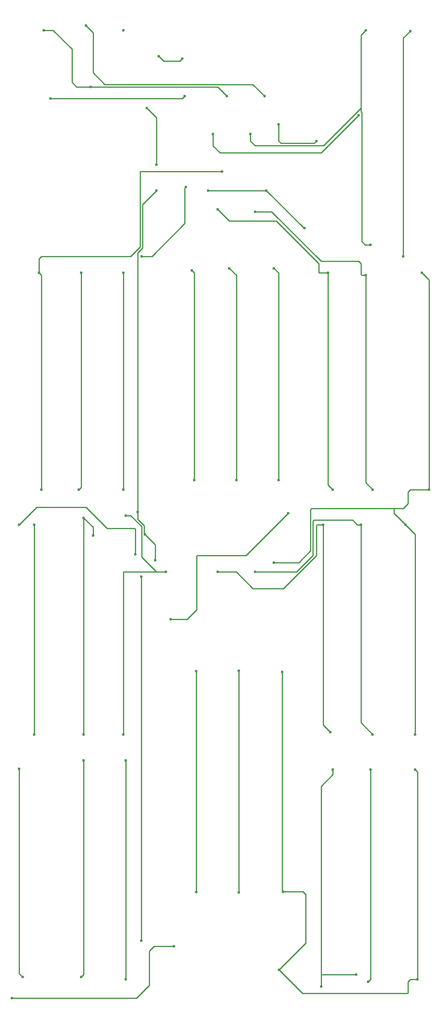
<source format=gbl>
G04*
G04 #@! TF.GenerationSoftware,Altium Limited,Altium Designer,19.1.9 (167)*
G04*
G04 Layer_Physical_Order=2*
G04 Layer_Color=16711680*
%FSLAX44Y44*%
%MOMM*%
G71*
G01*
G75*
%ADD12C,0.2540*%
%ADD29C,0.6000*%
D12*
X597500Y252500D02*
X600000Y250000D01*
X641250Y251250D02*
X647500Y245000D01*
X598750Y251250D02*
X641250D01*
X647500Y142082D02*
Y245000D01*
X590418Y85000D02*
X647500Y142082D01*
X305000Y1010000D02*
X327500Y987500D01*
Y955000D02*
Y987500D01*
X297500Y147500D02*
Y920000D01*
X290000Y1057500D02*
Y1607816D01*
Y1042184D02*
Y1057500D01*
X325000Y135000D02*
X367500D01*
X315000Y125000D02*
X325000Y135000D01*
X315000Y52500D02*
Y125000D01*
X287500Y25000D02*
X315000Y52500D01*
X22500Y25000D02*
X287500D01*
X680000Y75000D02*
Y475000D01*
Y50000D02*
Y75000D01*
X755000D01*
X285000Y967500D02*
Y1021012D01*
X283512Y1022500D02*
X285000Y1021012D01*
X225000Y1022500D02*
X283512D01*
X180000Y1067500D02*
X225000Y1022500D01*
X75000Y1067500D02*
X180000D01*
X37500Y1030000D02*
X75000Y1067500D01*
X195000Y1010000D02*
Y1025000D01*
X175000Y1045000D02*
X195000Y1025000D01*
X175000Y585000D02*
Y1045000D01*
X298190Y961810D02*
Y1026810D01*
X303270Y1011730D02*
Y1028914D01*
X290000Y1042184D02*
X303270Y1028914D01*
Y1011730D02*
X305000Y1010000D01*
X275000Y1050000D02*
X298190Y1026810D01*
Y961810D02*
X330000Y930000D01*
X390000Y1745000D02*
X392500Y1747500D01*
X390000Y1670000D02*
Y1745000D01*
X320322Y1600322D02*
X390000Y1670000D01*
X298834Y1600322D02*
X320322D01*
X298512Y1600000D02*
X298834Y1600322D01*
X440000Y1740000D02*
X563998D01*
X300080Y1710080D02*
X330000Y1740000D01*
X300080Y1617896D02*
Y1710080D01*
X290000Y1607816D02*
X300080Y1617896D01*
X643998Y1660000D02*
X645000D01*
X563998Y1740000D02*
X643998Y1660000D01*
X855000Y2063888D02*
X869840Y2078728D01*
X855000Y1600000D02*
Y2063888D01*
X870000Y65000D02*
X885000D01*
X865000Y60000D02*
X870000Y65000D01*
X865000Y36488D02*
Y60000D01*
X863512Y35000D02*
X865000Y36488D01*
X640418Y35000D02*
X863512D01*
X590418Y85000D02*
X640418Y35000D01*
X580000Y1575000D02*
X590000Y1565000D01*
Y1125000D02*
Y1565000D01*
X485000Y1575000D02*
X500000Y1560000D01*
Y1125000D02*
Y1560000D01*
X405000Y1570000D02*
X410000Y1565000D01*
Y1125000D02*
Y1565000D01*
X597500Y252500D02*
Y717500D01*
X414339Y250661D02*
X415000Y250000D01*
X414339Y250661D02*
Y719339D01*
X505000Y250000D02*
Y720000D01*
X360000Y830000D02*
X395000D01*
X415000Y850000D01*
Y963512D01*
X416488Y965000D01*
X520000D01*
X610000Y1055000D01*
X265000Y1050000D02*
X275000D01*
X880000Y510000D02*
X885000Y505000D01*
Y65000D02*
Y505000D01*
X785000Y65000D02*
Y510000D01*
X780000Y60000D02*
X785000Y65000D01*
X705000Y500000D02*
Y510000D01*
X680000Y475000D02*
X705000Y500000D01*
X265000Y65000D02*
Y530000D01*
X170000Y70000D02*
X175000Y75000D01*
Y530000D01*
X38026Y76974D02*
X45000Y70000D01*
X38026Y76974D02*
Y511974D01*
X335000Y2025000D02*
X345000Y2015000D01*
X380000D01*
X385000Y2020000D01*
X880000Y585000D02*
Y1010000D01*
X860000Y1030000D02*
X880000Y1010000D01*
X835000Y1065000D02*
X855000D01*
X660000D02*
X835000D01*
Y1055000D02*
Y1065000D01*
Y1055000D02*
X860000Y1030000D01*
X865000Y1100000D02*
X870000Y1105000D01*
X910000D01*
X865000Y1075000D02*
Y1100000D01*
X855000Y1065000D02*
X865000Y1075000D01*
X657736Y1062736D02*
X660000Y1065000D01*
X657736Y975000D02*
Y1062736D01*
X632736Y950000D02*
X657736Y975000D01*
X580000Y950000D02*
X632736D01*
X662816Y965000D02*
Y1037816D01*
X665000Y1040000D02*
X747000D01*
X540000Y930000D02*
X627816D01*
X662816Y1037816D02*
X665000Y1040000D01*
X627816Y930000D02*
X662816Y965000D01*
X765000Y610000D02*
X790000Y585000D01*
X765000Y610000D02*
Y1030000D01*
X685000Y605000D02*
X700000Y590000D01*
X685000Y605000D02*
Y1030000D01*
X757000D02*
X765000D01*
X747000Y1040000D02*
X757000Y1030000D01*
X670000Y965000D02*
Y1028512D01*
X535000Y895000D02*
X600000D01*
X670000Y965000D01*
X671488Y1030000D02*
X685000D01*
X670000Y1028512D02*
X671488Y1030000D01*
X500000Y930000D02*
X535000Y895000D01*
X460000Y930000D02*
X500000D01*
X330000D02*
X350000D01*
X260000D02*
X330000D01*
X260000Y585000D02*
Y930000D01*
X70000Y585000D02*
Y1030000D01*
X675000Y1565000D02*
Y1585000D01*
Y1565000D02*
X695000D01*
X585000Y1675000D02*
X675000Y1585000D01*
X485000Y1675000D02*
X585000D01*
X460000Y1700000D02*
X485000Y1675000D01*
X575000Y1695000D02*
X680000Y1590000D01*
X760000D01*
X540000Y1695000D02*
X575000D01*
X895000Y1565000D02*
X910000Y1550000D01*
Y1105000D02*
Y1550000D01*
X775000Y1120000D02*
X790000Y1105000D01*
X775000Y1120000D02*
Y1560000D01*
X766488D02*
X775000D01*
X765000Y1561488D02*
X766488Y1560000D01*
X765000Y1561488D02*
Y1585000D01*
X760000Y1590000D02*
X765000Y1585000D01*
X695000Y1115000D02*
Y1565000D01*
Y1115000D02*
X705000Y1105000D01*
X150000Y1970000D02*
Y2040000D01*
X110000Y2080000D02*
X150000Y2040000D01*
X260000Y1105000D02*
Y1565000D01*
X309960Y1914960D02*
X330000Y1894920D01*
Y1795000D02*
Y1894920D01*
X295000Y1780000D02*
X470000D01*
X295000Y1620000D02*
Y1780000D01*
X275000Y1600000D02*
X295000Y1620000D01*
X165000Y1105000D02*
X170000Y1110000D01*
Y1565000D01*
X80000D02*
X85000Y1560000D01*
Y1105000D02*
Y1560000D01*
X80000Y1565000D02*
Y1595000D01*
X85000Y1600000D01*
X275000D01*
X665160Y1840160D02*
X670000Y1845000D01*
X773620Y1625000D02*
X785000D01*
X766810Y1631810D02*
X773620Y1625000D01*
X766810Y1631810D02*
Y1905181D01*
X764996Y1906995D02*
X766810Y1905181D01*
X764996Y1906995D02*
Y1914996D01*
Y2069996D02*
X775000Y2080000D01*
X764996Y1914996D02*
Y2069996D01*
X680000Y1820000D02*
X760000Y1900000D01*
X685080Y1835080D02*
X764996Y1914996D01*
X539920Y1835080D02*
X685080D01*
X465000Y1820000D02*
X680000D01*
X595000Y1840160D02*
X665160D01*
X590000Y1845160D02*
X595000Y1840160D01*
X590000Y1845160D02*
Y1880000D01*
X450000Y1835000D02*
X465000Y1820000D01*
X530000Y1845000D02*
X539920Y1835080D01*
X530000Y1845000D02*
Y1860000D01*
X450000Y1835000D02*
Y1860000D01*
X160000Y1960000D02*
X190000D01*
X150000Y1970000D02*
X160000Y1960000D01*
X534920Y1965080D02*
X560000Y1940000D01*
X219920Y1965080D02*
X534920D01*
X195000Y1990000D02*
X219920Y1965080D01*
X460000Y1960000D02*
X480000Y1940000D01*
X190000Y1960000D02*
X460000D01*
X105000Y1935000D02*
X385000D01*
X390000Y1940000D01*
X195000Y1990000D02*
Y2075000D01*
X180000Y2090000D02*
X195000Y2075000D01*
X90000Y2080000D02*
X110000D01*
D29*
X335000Y2025000D02*
D03*
X385000Y2020000D02*
D03*
X327500Y955000D02*
D03*
X297500Y920000D02*
D03*
Y147500D02*
D03*
X290000Y1057500D02*
D03*
X367500Y135000D02*
D03*
X22500Y25000D02*
D03*
X755000Y75000D02*
D03*
X285000Y967500D02*
D03*
X175000Y585000D02*
D03*
X37500Y1030000D02*
D03*
X195000Y1007500D02*
D03*
X392500Y1747500D02*
D03*
X298512Y1600000D02*
D03*
X440000Y1740000D02*
D03*
X645000Y1660000D02*
D03*
X563998Y1740000D02*
D03*
X855000Y1600000D02*
D03*
X869840Y2078728D02*
D03*
X590418Y85000D02*
D03*
X580000Y1575000D02*
D03*
X485000D02*
D03*
X405000Y1570000D02*
D03*
X410000Y1125000D02*
D03*
X500000D02*
D03*
X590000D02*
D03*
X598750Y251250D02*
D03*
X597500Y717500D02*
D03*
X414339Y250661D02*
D03*
X505000Y250000D02*
D03*
Y720000D02*
D03*
X414339Y719339D02*
D03*
X360000Y830000D02*
D03*
X610000Y1055000D02*
D03*
X880000Y510000D02*
D03*
X885000Y65000D02*
D03*
X785000Y510000D02*
D03*
X780000Y60000D02*
D03*
X680000Y50000D02*
D03*
X705000Y510000D02*
D03*
X265000Y530000D02*
D03*
Y65000D02*
D03*
X170000Y70000D02*
D03*
X175000Y530000D02*
D03*
X45000Y70000D02*
D03*
X38026Y511974D02*
D03*
X880000Y585000D02*
D03*
X860000Y1030000D02*
D03*
X580000Y950000D02*
D03*
X790000Y585000D02*
D03*
X700000Y590000D02*
D03*
X765000Y1030000D02*
D03*
X540000Y930000D02*
D03*
X685000Y1030000D02*
D03*
X460000Y930000D02*
D03*
X350000D02*
D03*
X260000Y585000D02*
D03*
X265000Y1050000D02*
D03*
X70000Y585000D02*
D03*
X175000Y1045000D02*
D03*
X70000Y1030000D02*
D03*
X330000Y1740000D02*
D03*
X305000Y1010000D02*
D03*
X895000Y1565000D02*
D03*
X910000Y1105000D02*
D03*
X790000D02*
D03*
X775000Y1560000D02*
D03*
X540000Y1695000D02*
D03*
X705000Y1105000D02*
D03*
X695000Y1565000D02*
D03*
X460000Y1700000D02*
D03*
X260000Y1105000D02*
D03*
Y1565000D02*
D03*
X309960Y1914960D02*
D03*
X330000Y1795000D02*
D03*
X165000Y1105000D02*
D03*
X170000Y1565000D02*
D03*
X85000Y1105000D02*
D03*
X80000Y1565000D02*
D03*
X470000Y1780000D02*
D03*
X670000Y1845000D02*
D03*
X785000Y1625000D02*
D03*
X775000Y2080000D02*
D03*
X760000Y1900000D02*
D03*
X530000Y1860000D02*
D03*
X190000Y1960000D02*
D03*
X105000Y1935000D02*
D03*
X450000Y1860000D02*
D03*
X560000Y1940000D02*
D03*
X480000D02*
D03*
X390000D02*
D03*
X590000Y1880000D02*
D03*
X260000Y2080000D02*
D03*
X180000Y2090000D02*
D03*
X90000Y2080000D02*
D03*
M02*

</source>
